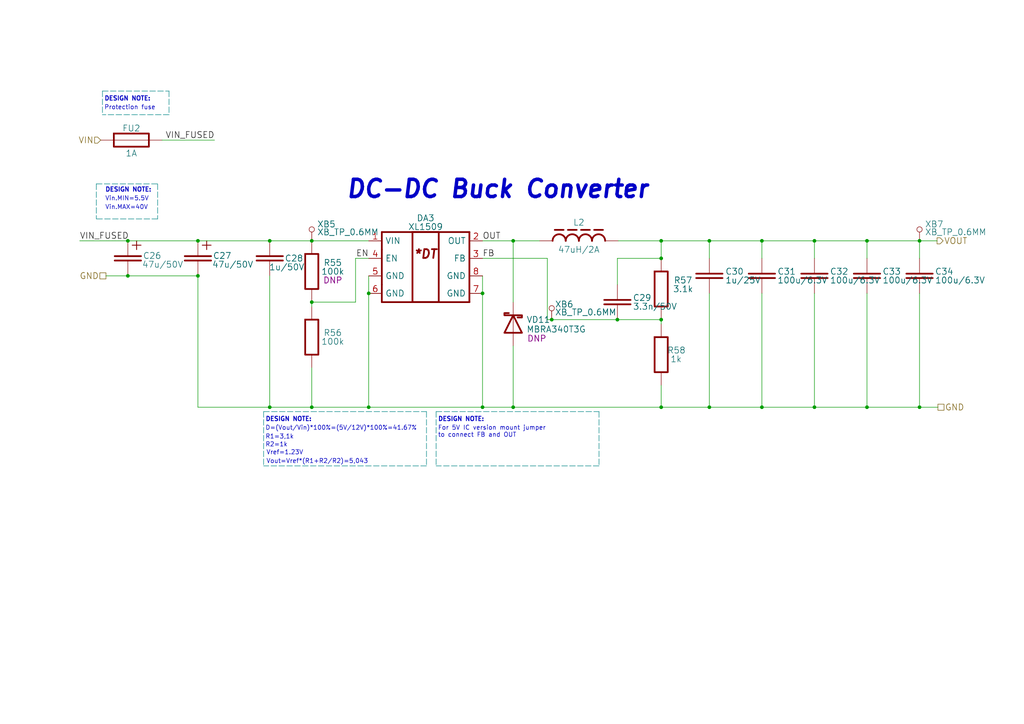
<source format=kicad_sch>
(kicad_sch (version 20211123) (generator eeschema)
  (paper "A4")
  (lib_symbols
    (symbol "C_CAP_1" (pin_names (offset 0))
      (property "Reference" "C" (at 0 6.35 0))
      (property "Value" "C_CAP_1" (at 0 -6.35 0))
      (symbol "C_CAP_1_0_1"
        (polyline (pts (xy -5.08 0) (xy -0.635 0)))
        (polyline (pts (xy -0.635 3.81) (xy -0.635 -3.81)) (stroke (width 0.508)))
        (polyline (pts (xy 0.635 0) (xy 5.08 0)))
        (polyline (pts (xy 0.635 3.81) (xy 0.635 -3.81)) (stroke (width 0.508)))
      )
      (symbol "C_CAP_1_1_1"
        (pin passive line (at -5.08 0 0) (length 2.54) hide (name "~") (number "1"))
        (pin passive line (at 5.08 0 180) (length 2.54) hide (name "~") (number "2"))
      )
    )
    (symbol "C_CAP_2" (pin_names (offset 0))
      (property "Reference" "C" (at 0 6.35 0))
      (property "Value" "C_CAP_2" (at 0 -6.35 0))
      (symbol "C_CAP_2_0_1"
        (polyline (pts (xy -5.08 0) (xy -0.635 0)))
        (polyline (pts (xy -0.635 3.81) (xy -0.635 -3.81)) (stroke (width 0.508)))
        (polyline (pts (xy 0.635 0) (xy 5.08 0)))
        (polyline (pts (xy 0.635 3.81) (xy 0.635 -3.81)) (stroke (width 0.508)))
      )
      (symbol "C_CAP_2_1_1"
        (pin passive line (at -5.08 0 0) (length 2.54) hide (name "~") (number "1"))
        (pin passive line (at 5.08 0 180) (length 2.54) hide (name "~") (number "2"))
      )
    )
    (symbol "C_CAP_3" (pin_names (offset 0))
      (property "Reference" "C" (at 0 6.35 0))
      (property "Value" "C_CAP_3" (at 0 -6.35 0))
      (symbol "C_CAP_3_0_1"
        (polyline (pts (xy -5.08 0) (xy -0.635 0)))
        (polyline (pts (xy -0.635 3.81) (xy -0.635 -3.81)) (stroke (width 0.508)))
        (polyline (pts (xy 0.635 0) (xy 5.08 0)))
        (polyline (pts (xy 0.635 3.81) (xy 0.635 -3.81)) (stroke (width 0.508)))
      )
      (symbol "C_CAP_3_1_1"
        (pin passive line (at -5.08 0 0) (length 2.54) hide (name "~") (number "1"))
        (pin passive line (at 5.08 0 180) (length 2.54) hide (name "~") (number "2"))
      )
    )
    (symbol "C_CAP_4" (pin_names (offset 0))
      (property "Reference" "C" (at 0 6.35 0))
      (property "Value" "C_CAP_4" (at 0 -6.35 0))
      (symbol "C_CAP_4_0_1"
        (polyline (pts (xy -5.08 0) (xy -0.635 0)))
        (polyline (pts (xy -0.635 3.81) (xy -0.635 -3.81)) (stroke (width 0.508)))
        (polyline (pts (xy 0.635 0) (xy 5.08 0)))
        (polyline (pts (xy 0.635 3.81) (xy 0.635 -3.81)) (stroke (width 0.508)))
      )
      (symbol "C_CAP_4_1_1"
        (pin passive line (at -5.08 0 0) (length 2.54) hide (name "~") (number "1"))
        (pin passive line (at 5.08 0 180) (length 2.54) hide (name "~") (number "2"))
      )
    )
    (symbol "C_CAP_5" (pin_names (offset 0))
      (property "Reference" "C" (at 0 6.35 0))
      (property "Value" "C_CAP_5" (at 0 -6.35 0))
      (symbol "C_CAP_5_0_1"
        (polyline (pts (xy -5.08 0) (xy -0.635 0)))
        (polyline (pts (xy -0.635 3.81) (xy -0.635 -3.81)) (stroke (width 0.508)))
        (polyline (pts (xy 0.635 0) (xy 5.08 0)))
        (polyline (pts (xy 0.635 3.81) (xy 0.635 -3.81)) (stroke (width 0.508)))
      )
      (symbol "C_CAP_5_1_1"
        (pin passive line (at -5.08 0 0) (length 2.54) hide (name "~") (number "1"))
        (pin passive line (at 5.08 0 180) (length 2.54) hide (name "~") (number "2"))
      )
    )
    (symbol "C_CAP_6" (pin_names (offset 0))
      (property "Reference" "C" (at 0 6.35 0))
      (property "Value" "C_CAP_6" (at 0 -6.35 0))
      (symbol "C_CAP_6_0_1"
        (polyline (pts (xy -5.08 0) (xy -0.635 0)))
        (polyline (pts (xy -0.635 3.81) (xy -0.635 -3.81)) (stroke (width 0.508)))
        (polyline (pts (xy 0.635 0) (xy 5.08 0)))
        (polyline (pts (xy 0.635 3.81) (xy 0.635 -3.81)) (stroke (width 0.508)))
      )
      (symbol "C_CAP_6_1_1"
        (pin passive line (at -5.08 0 0) (length 2.54) hide (name "~") (number "1"))
        (pin passive line (at 5.08 0 180) (length 2.54) hide (name "~") (number "2"))
      )
    )
    (symbol "Capacitors:C_CAP" (pin_names (offset 0))
      (property "Reference" "C" (at 0 6.35 0))
      (property "Value" "C_CAP" (at 0 -6.35 0))
      (symbol "C_CAP_0_1"
        (polyline (pts (xy -5.08 0) (xy -0.635 0)))
        (polyline (pts (xy -0.635 3.81) (xy -0.635 -3.81)) (stroke (width 0.508)))
        (polyline (pts (xy 0.635 0) (xy 5.08 0)))
        (polyline (pts (xy 0.635 3.81) (xy 0.635 -3.81)) (stroke (width 0.508)))
      )
      (symbol "C_CAP_1_1"
        (pin passive line (at -5.08 0 0) (length 2.54) hide (name "~") (number "1"))
        (pin passive line (at 5.08 0 180) (length 2.54) hide (name "~") (number "2"))
      )
    )
    (symbol "Capacitors:C_CAP_PLUS" (pin_names (offset 0))
      (property "Reference" "C" (at 0 6.35 0))
      (property "Value" "C_CAP_PLUS" (at 0 -6.35 0))
      (symbol "C_CAP_PLUS_0_1"
        (polyline (pts (xy -5.08 0) (xy -0.635 0)))
        (polyline (pts (xy -5.08 2.54) (xy -2.54 2.54)) (stroke (width 0.254)))
        (polyline (pts (xy -3.81 3.81) (xy -3.81 1.27)) (stroke (width 0.254)))
        (polyline (pts (xy -0.635 3.81) (xy -0.635 -3.81)) (stroke (width 0.508)))
        (polyline (pts (xy 0.635 0) (xy 5.08 0)))
        (polyline (pts (xy 0.635 3.81) (xy 0.635 -3.81)) (stroke (width 0.508)))
      )
      (symbol "C_CAP_PLUS_1_1"
        (pin passive line (at -5.08 0 0) (length 2.54) hide (name "+") (number "1"))
        (pin passive line (at 5.08 0 180) (length 2.54) hide (name "-") (number "2"))
      )
    )
    (symbol "Chips:XL1509" (pin_names (offset 1.016))
      (property "Reference" "DA" (at 0 13.97 0))
      (property "Value" "XL1509" (at 0 11.684 0))
      (symbol "XL1509_0_1"
        (rectangle (start -3.81 10.16) (end 3.81 -10.16) (stroke (width 0.508)))
        (polyline (pts (xy -12.7 -10.16) (xy 12.7 -10.16)) (stroke (width 0.508)))
        (polyline (pts (xy -12.7 -5.08) (xy -12.7 -10.16)) (stroke (width 0.508)))
        (polyline (pts (xy 12.7 -10.16) (xy 12.7 10.16)) (stroke (width 0.508)))
        (polyline (pts (xy 12.7 10.16) (xy -12.7 10.16)) (stroke (width 0.508)))
      )
      (symbol "XL1509_1_1"
        (polyline (pts (xy -12.7 -5.08) (xy -12.7 -5.08)) (stroke (width 0.508)))
        (polyline (pts (xy -12.7 -5.08) (xy -12.7 5.08)) (stroke (width 0.508)))
        (polyline (pts (xy -12.7 2.54) (xy -12.7 2.54)) (stroke (width 0.508)))
        (polyline (pts (xy -12.7 5.08) (xy -12.7 5.08)))
        (polyline (pts (xy -12.7 10.16) (xy -12.7 5.08)) (stroke (width 0.508)))
        (text "*DT" (at 0 3.81 0) (effects (font (size 2.54 2.54) bold italic)))
        (pin power_in line (at -16.51 7.62 0) (length 3.81) (name "VIN") (number "1"))
        (pin power_out line (at 16.51 7.62 180) (length 3.81) (name "OUT") (number "2"))
        (pin input line (at 16.51 2.54 180) (length 3.81) (name "FB") (number "3"))
        (pin input line (at -16.51 2.54 0) (length 3.81) (name "EN") (number "4"))
        (pin power_in line (at -16.51 -2.54 0) (length 3.81) (name "GND") (number "5"))
        (pin power_in line (at -16.51 -7.62 0) (length 3.81) (name "GND") (number "6"))
        (pin power_in line (at 16.51 -7.62 180) (length 3.81) (name "GND") (number "7"))
        (pin power_in line (at 16.51 -2.54 180) (length 3.81) (name "GND") (number "8"))
      )
    )
    (symbol "Connectors:XB_TP_0.6MM" (pin_numbers hide) (pin_names hide) (in_bom no)
      (property "Reference" "XB" (at 2.794 4.572 0))
      (property "Value" "XB_TP_0.6MM" (at 9.906 2.286 0))
      (symbol "XB_TP_0.6MM_0_1"
        (circle (center 0 3.302) (radius 0.762))
      )
      (symbol "XB_TP_0.6MM_1_1"
        (pin passive line (at 0 0 90) (length 2.54) (name "1") (number "1"))
      )
    )
    (symbol "Diodes:VD_SCHOTTKY" (pin_names (offset 0))
      (property "Reference" "VD" (at 0 5.08 0))
      (property "Value" "VD_SCHOTTKY" (at 0 -5.08 0))
      (symbol "VD_SCHOTTKY_0_1"
        (polyline (pts (xy 6.35 0) (xy -6.35 0)))
        (polyline (pts (xy 3.175 1.27) (xy 3.175 2.54) (xy 2.54 2.54) (xy 2.54 0) (xy -2.54 2.54) (xy -2.54 -2.54) (xy 2.54 0) (xy 2.54 -2.54) (xy 1.905 -2.54) (xy 1.905 -1.27)) (stroke (width 0.508)))
      )
      (symbol "VD_SCHOTTKY_1_1"
        (pin passive line (at 6.35 0 180) (length 2.54) hide (name "C") (number "1"))
        (pin passive line (at -6.35 0 0) (length 2.54) hide (name "A") (number "2"))
      )
    )
    (symbol "Fuses:FU_FUSE" (pin_names (offset 0))
      (property "Reference" "FU" (at 0 3.81 0))
      (property "Value" "FU_FUSE" (at 0 -3.81 0))
      (symbol "FU_FUSE_0_0"
        (polyline (pts (xy -8.89 0) (xy 8.89 0)))
      )
      (symbol "FU_FUSE_0_1"
        (rectangle (start -5.08 1.905) (end 5.08 -1.905) (stroke (width 0.508)))
      )
      (symbol "FU_FUSE_1_1"
        (pin passive line (at -8.89 0 0) (length 2.54) hide (name "~") (number "1"))
        (pin passive line (at 8.89 0 180) (length 2.54) hide (name "~") (number "2"))
      )
    )
    (symbol "Inductors:L_DIEL" (pin_names (offset 0))
      (property "Reference" "L" (at 0 6.35 0))
      (property "Value" "L_DIEL" (at 0 -3.81 0))
      (symbol "L_DIEL_0_1"
        (arc (start -3.81 0) (mid -5.715 1.905) (end -7.62 0) (stroke (width 0.508)))
        (arc (start 0 0) (mid -1.905 1.905) (end -3.81 0) (stroke (width 0.508)))
        (polyline (pts (xy -11.43 0) (xy -7.62 0)))
        (polyline (pts (xy -6.985 3.175) (xy -4.445 3.175)) (stroke (width 0.508)))
        (polyline (pts (xy -3.175 3.175) (xy -0.635 3.175)) (stroke (width 0.508)))
        (polyline (pts (xy 0.635 3.175) (xy 3.175 3.175)) (stroke (width 0.508)))
        (polyline (pts (xy 4.445 3.175) (xy 6.985 3.175)) (stroke (width 0.508)))
        (polyline (pts (xy 7.62 0) (xy 11.43 0)))
        (arc (start 3.81 0) (mid 1.905 1.905) (end 0 0) (stroke (width 0.508)))
        (arc (start 7.62 0) (mid 5.715 1.905) (end 3.81 0) (stroke (width 0.508)))
      )
      (symbol "L_DIEL_1_1"
        (pin passive line (at -11.43 0 0) (length 2.54) hide (name "~") (number "1"))
        (pin passive line (at 11.43 0 180) (length 2.54) hide (name "~") (number "2"))
      )
    )
    (symbol "R_RES_1" (pin_names (offset 0))
      (property "Reference" "R" (at 0 3.81 0))
      (property "Value" "R_RES_1" (at 0 -3.81 0))
      (symbol "R_RES_1_0_1"
        (rectangle (start -5.08 1.905) (end 5.08 -1.905) (stroke (width 0.508)))
        (polyline (pts (xy -8.89 0) (xy -5.08 0)))
        (polyline (pts (xy 5.08 0) (xy 8.89 0)))
      )
      (symbol "R_RES_1_1_1"
        (pin passive line (at -8.89 0 0) (length 2.54) hide (name "~") (number "1"))
        (pin passive line (at 8.89 0 180) (length 2.54) hide (name "~") (number "2"))
      )
    )
    (symbol "R_RES_2" (pin_names (offset 0))
      (property "Reference" "R" (at 0 3.81 0))
      (property "Value" "R_RES_2" (at 0 -3.81 0))
      (symbol "R_RES_2_0_1"
        (rectangle (start -5.08 1.905) (end 5.08 -1.905) (stroke (width 0.508)))
        (polyline (pts (xy -8.89 0) (xy -5.08 0)))
        (polyline (pts (xy 5.08 0) (xy 8.89 0)))
      )
      (symbol "R_RES_2_1_1"
        (pin passive line (at -8.89 0 0) (length 2.54) hide (name "~") (number "1"))
        (pin passive line (at 8.89 0 180) (length 2.54) hide (name "~") (number "2"))
      )
    )
    (symbol "R_RES_3" (pin_names (offset 0))
      (property "Reference" "R" (at 0 3.81 0))
      (property "Value" "R_RES_3" (at 0 -3.81 0))
      (symbol "R_RES_3_0_1"
        (rectangle (start -5.08 1.905) (end 5.08 -1.905) (stroke (width 0.508)))
        (polyline (pts (xy -8.89 0) (xy -5.08 0)))
        (polyline (pts (xy 5.08 0) (xy 8.89 0)))
      )
      (symbol "R_RES_3_1_1"
        (pin passive line (at -8.89 0 0) (length 2.54) hide (name "~") (number "1"))
        (pin passive line (at 8.89 0 180) (length 2.54) hide (name "~") (number "2"))
      )
    )
    (symbol "Resistors:R_RES" (pin_names (offset 0))
      (property "Reference" "R" (at 0 3.81 0))
      (property "Value" "R_RES" (at 0 -3.81 0))
      (symbol "R_RES_0_1"
        (rectangle (start -5.08 1.905) (end 5.08 -1.905) (stroke (width 0.508)))
        (polyline (pts (xy -8.89 0) (xy -5.08 0)))
        (polyline (pts (xy 5.08 0) (xy 8.89 0)))
      )
      (symbol "R_RES_1_1"
        (pin passive line (at -8.89 0 0) (length 2.54) hide (name "~") (number "1"))
        (pin passive line (at 8.89 0 180) (length 2.54) hide (name "~") (number "2"))
      )
    )
  )
  (junction (at 236.22 118.11))
  (junction (at 148.844 69.85))
  (junction (at 148.844 118.11))
  (junction (at 251.46 118.11))
  (junction (at 191.77 118.11))
  (junction (at 90.424 87.63))
  (junction (at 205.74 69.85))
  (junction (at 191.77 92.71))
  (junction (at 139.954 85.09))
  (junction (at 106.934 85.09))
  (junction (at 106.934 118.11))
  (junction (at 266.7 69.85))
  (junction (at 57.404 69.85))
  (junction (at 160.0199 92.71))
  (junction (at 205.74 118.11))
  (junction (at 251.46 69.85))
  (junction (at 37.084 69.85))
  (junction (at 220.98 118.11))
  (junction (at 220.98 69.85))
  (junction (at 266.7 118.11))
  (junction (at 179.07 92.71))
  (junction (at 57.404 80.01))
  (junction (at 90.424 69.85))
  (junction (at 90.424 118.11))
  (junction (at 191.77 69.85))
  (junction (at 37.084 80.01))
  (junction (at 139.954 118.11))
  (junction (at 236.22 69.85))
  (junction (at 191.77 74.93))
  (junction (at 78.232 118.11))
  (junction (at 78.232 69.85))
  (polyline (pts (xy 49.022 33.274) (xy 29.718 33.274)) (stroke (width 0) (color 0 132 132 1)))
  (wire (pts (xy 266.7 69.85) (xy 271.78 69.85)))
  (polyline (pts (xy 27.94 53.34) (xy 27.94 63.5)) (stroke (width 0) (color 0 132 132 1)))
  (wire (pts (xy 220.98 85.09) (xy 220.98 118.11)))
  (wire (pts (xy 179.07 74.9371) (xy 191.77 74.9371)))
  (wire (pts (xy 57.404 69.85) (xy 78.232 69.85)))
  (polyline (pts (xy 76.454 119.38) (xy 123.698 119.38)) (stroke (width 0) (color 0 132 132 1)))
  (wire (pts (xy 251.46 85.09) (xy 251.46 118.11)))
  (wire (pts (xy 205.74 118.11) (xy 220.98 118.11)))
  (wire (pts (xy 139.954 74.93) (xy 158.75 74.93)))
  (wire (pts (xy 139.954 69.85) (xy 148.844 69.85)))
  (polyline (pts (xy 123.698 119.38) (xy 123.698 135.128)) (stroke (width 0) (color 0 132 132 1)))
  (wire (pts (xy 251.46 69.85) (xy 266.7 69.85)))
  (wire (pts (xy 179.07 92.71) (xy 191.77 92.71)))
  (wire (pts (xy 160.0199 92.71) (xy 179.07 92.71)))
  (wire (pts (xy 78.232 118.11) (xy 90.424 118.11)))
  (wire (pts (xy 158.75 92.71) (xy 160.0199 92.71)))
  (wire (pts (xy 148.844 118.11) (xy 191.77 118.11)))
  (polyline (pts (xy 45.72 63.5) (xy 27.94 63.5)) (stroke (width 0) (color 0 132 132 1)))
  (wire (pts (xy 266.7 85.09) (xy 266.7 118.11)))
  (polyline (pts (xy 49.022 26.416) (xy 49.022 33.274)) (stroke (width 0) (color 0 132 132 1)))
  (wire (pts (xy 139.954 80.01) (xy 139.954 85.09)))
  (wire (pts (xy 220.98 118.11) (xy 236.22 118.11)))
  (wire (pts (xy 148.844 69.85) (xy 148.844 87.63)))
  (wire (pts (xy 78.232 80.01) (xy 78.232 118.11)))
  (polyline (pts (xy 29.718 26.416) (xy 29.718 33.274)) (stroke (width 0) (color 0 132 132 1)))
  (wire (pts (xy 106.934 118.11) (xy 139.954 118.11)))
  (wire (pts (xy 148.844 69.85) (xy 156.464 69.85)))
  (polyline (pts (xy 123.698 135.128) (xy 76.454 135.128)) (stroke (width 0) (color 0 132 132 1)))
  (wire (pts (xy 236.22 85.09) (xy 236.22 118.11)))
  (wire (pts (xy 191.77 69.85) (xy 191.77 74.93)))
  (polyline (pts (xy 45.72 53.34) (xy 45.72 63.5)) (stroke (width 0) (color 0 132 132 1)))
  (wire (pts (xy 106.934 85.09) (xy 106.934 118.11)))
  (wire (pts (xy 205.74 69.85) (xy 205.74 74.93)))
  (wire (pts (xy 158.75 74.93) (xy 158.75 92.71)))
  (wire (pts (xy 205.74 85.09) (xy 205.74 118.11)))
  (wire (pts (xy 251.46 118.11) (xy 266.7 118.11)))
  (wire (pts (xy 191.77 118.11) (xy 205.74 118.11)))
  (wire (pts (xy 90.424 69.85) (xy 106.934 69.85)))
  (wire (pts (xy 191.77 111.76) (xy 191.77 118.11)))
  (wire (pts (xy 103.124 74.93) (xy 103.124 87.63)))
  (polyline (pts (xy 126.492 119.38) (xy 126.492 135.128)) (stroke (width 0) (color 0 132 132 1)))
  (polyline (pts (xy 76.454 119.38) (xy 76.454 135.128)) (stroke (width 0) (color 0 132 132 1)))
  (wire (pts (xy 236.22 69.85) (xy 236.22 74.93)))
  (wire (pts (xy 205.74 69.85) (xy 220.98 69.85)))
  (wire (pts (xy 46.99 40.64) (xy 62.23 40.64)))
  (wire (pts (xy 251.46 69.85) (xy 251.46 74.93)))
  (wire (pts (xy 266.7 69.85) (xy 266.7 74.93)))
  (wire (pts (xy 220.98 69.85) (xy 236.22 69.85)))
  (polyline (pts (xy 173.736 119.38) (xy 173.736 135.128)) (stroke (width 0) (color 0 132 132 1)))
  (wire (pts (xy 139.954 85.09) (xy 139.954 118.11)))
  (wire (pts (xy 30.734 80.01) (xy 37.084 80.01)))
  (wire (pts (xy 266.7 118.11) (xy 272.034 118.11)))
  (wire (pts (xy 139.954 118.11) (xy 148.844 118.11)))
  (wire (pts (xy 236.22 118.11) (xy 251.46 118.11)))
  (polyline (pts (xy 173.736 135.128) (xy 126.492 135.128)) (stroke (width 0) (color 0 132 132 1)))
  (wire (pts (xy 90.424 106.68) (xy 90.424 118.11)))
  (wire (pts (xy 106.934 74.93) (xy 103.124 74.93)))
  (wire (pts (xy 106.934 80.01) (xy 106.934 85.09)))
  (wire (pts (xy 191.77 74.9371) (xy 191.77 74.93)))
  (wire (pts (xy 220.98 69.85) (xy 220.98 74.93)))
  (wire (pts (xy 23.114 69.85) (xy 37.084 69.85)))
  (polyline (pts (xy 126.492 119.38) (xy 173.736 119.38)) (stroke (width 0) (color 0 132 132 1)))
  (wire (pts (xy 179.07 82.55) (xy 179.07 74.9371)))
  (wire (pts (xy 236.22 69.85) (xy 251.46 69.85)))
  (wire (pts (xy 191.77 93.98) (xy 191.77 92.71)))
  (wire (pts (xy 57.404 118.11) (xy 78.232 118.11)))
  (wire (pts (xy 191.77 69.85) (xy 205.74 69.85)))
  (wire (pts (xy 90.424 87.63) (xy 103.124 87.63)))
  (wire (pts (xy 90.424 118.11) (xy 106.934 118.11)))
  (wire (pts (xy 78.232 69.85) (xy 90.424 69.85)))
  (polyline (pts (xy 29.718 26.416) (xy 49.022 26.416)) (stroke (width 0) (color 0 132 132 1)))
  (wire (pts (xy 37.084 69.85) (xy 57.404 69.85)))
  (wire (pts (xy 148.844 100.33) (xy 148.844 118.11)))
  (wire (pts (xy 37.084 80.01) (xy 57.404 80.01)))
  (wire (pts (xy 90.424 88.9) (xy 90.424 87.63)))
  (wire (pts (xy 179.324 69.85) (xy 191.77 69.85)))
  (polyline (pts (xy 27.94 53.34) (xy 45.72 53.34)) (stroke (width 0) (color 0 132 132 1)))
  (wire (pts (xy 57.404 80.01) (xy 57.404 118.11)))
  (text "Vin.MIN=5.5V" (at 30.48 58.42 0) (effects (font (size 1.27 1.27)) (justify left bottom)))
  (text "D=(Vout/Vin)*100%=(5V/12V)*100%=41.67%" (at 76.962 124.968 0) (effects (font (size 1.27 1.27)) (justify left bottom)))
  (text "For 5V IC version mount jumper\nto connect FB and OUT" (at 127 127 0) (effects (font (size 1.27 1.27)) (justify left bottom)))
  (text "Vref=1.23V" (at 77.216 132.08 0) (effects (font (size 1.27 1.27)) (justify left bottom)))
  (text "Vin.MAX=40V" (at 30.48 60.96 0) (effects (font (size 1.27 1.27)) (justify left bottom)))
  (text "Vout=Vref*(R1+R2/R2)=5,043" (at 77.216 134.62 0) (effects (font (size 1.27 1.27)) (justify left bottom)))
  (text "R2=1k" (at 76.962 129.794 0) (effects (font (size 1.27 1.27)) (justify left bottom)))
  (text "DESIGN NOTE:" (at 127 122.428 0) (effects (font (size 1.27 1.27) (thickness 0.254) bold) (justify left bottom)))
  (text "Protection fuse" (at 30.226 32.004 0) (effects (font (size 1.27 1.27)) (justify left bottom)))
  (text "DESIGN NOTE:" (at 30.226 29.464 0) (effects (font (size 1.27 1.27) (thickness 0.254) bold) (justify left bottom)))
  (text "R1=3,1k" (at 76.962 127.508 0) (effects (font (size 1.27 1.27)) (justify left bottom)))
  (text "DESIGN NOTE:" (at 76.962 122.428 0) (effects (font (size 1.27 1.27) (thickness 0.254) bold) (justify left bottom)))
  (text "DESIGN NOTE:" (at 30.48 55.88 0) (effects (font (size 1.27 1.27) (thickness 0.254) bold) (justify left bottom)))
  (text "DC-DC Buck Converter" (at 100.076 57.912 0) (effects (font (size 5.0038 5.0038) (thickness 1.0008) bold italic) (justify left bottom)))
  (label "EN" (at 106.934 74.93 180) (effects (font (size 1.778 1.778))))
  (label "VIN_FUSED" (at 62.23 40.64 180) (effects (font (size 1.778 1.778))))
  (label "OUT" (at 139.954 69.85 0) (effects (font (size 1.778 1.778))))
  (label "VIN_FUSED" (at 23.114 69.85 0) (effects (font (size 1.778 1.778))))
  (label "FB" (at 139.954 74.93 0) (effects (font (size 1.778 1.778))))
  (hierarchical_label "VIN" (shape input) (at 29.21 40.64 180) (effects (font (size 1.778 1.778))))
  (hierarchical_label "GND" (shape passive) (at 272.034 118.11 0) (effects (font (size 1.778 1.778))))
  (hierarchical_label "GND" (shape passive) (at 30.734 80.01 180) (effects (font (size 1.778 1.778))))
  (hierarchical_label "VOUT" (shape output) (at 271.78 69.85 0) (effects (font (size 1.778 1.778))))
  (symbol (lib_name "C_CAP_3") (lib_id "Capacitors:C_CAP") (at 251.46 80.01 270) (unit 1)
    (property "Reference" "C33" (at 255.905 78.74 90) (effects (font (size 1.778 1.778)) (justify left)))
    (property "Value" "100u/6.3V" (at 255.905 81.28 90) (effects (font (size 1.778 1.778)) (justify left)))
    (property "Footprint" "Capacitor_SMD:C_1206_3216Metric_Pad1.42x1.75mm_HandSolder" (effects hide))
    (property "Case/Package" "0603" (effects hide))
    (property "Type" "X7R" (effects hide))
    (property "Tolerance" "±10%" (effects hide))
  )
  (symbol (lib_id "Chips:XL1509") (at 123.444 77.47 0) (unit 1)
    (property "Reference" "DA3" (at 123.444 63.246 0) (effects (font (size 1.778 1.778))))
    (property "Value" "XL1509" (at 123.444 65.786 0) (effects (font (size 1.778 1.778))))
    (property "Footprint" "Package_SO:SOP-8_3.9x4.9mm_P1.27mm" (effects hide))
  )
  (symbol (lib_name "C_CAP_6") (lib_id "Capacitors:C_CAP") (at 179.07 87.63 270) (unit 1)
    (property "Reference" "C29" (at 183.515 86.36 90) (effects (font (size 1.778 1.778)) (justify left)))
    (property "Value" "3.3n/50V" (at 183.515 88.9 90) (effects (font (size 1.778 1.778)) (justify left)))
    (property "Footprint" "Capacitor_SMD:C_0603_1608Metric" (effects hide))
    (property "Case/Package" "1206" (effects hide))
    (property "Type" "X7R" (effects hide))
    (property "Tolerance" "±10%" (effects hide))
  )
  (symbol (lib_id "Connectors:XB_TP_0.6MM") (at 160.0199 92.71 0) (unit 1) (in_bom no)
    (property "Reference" "XB6" (at 160.909 88.265 0) (effects (font (size 1.778 1.778)) (justify left)))
    (property "Value" "XB_TP_0.6MM" (at 160.909 90.551 0) (effects (font (size 1.778 1.778)) (justify left)))
    (property "Footprint" "TestPoint:TestPoint_Pad_D0.6mm" (effects hide))
  )
  (symbol (lib_id "Diodes:VD_SCHOTTKY") (at 148.844 93.98 90) (unit 1)
    (property "Reference" "VD11" (at 152.654 92.71 90) (effects (font (size 1.778 1.778)) (justify right)))
    (property "Value" "MBRA340T3G" (at 152.654 95.504 90) (effects (font (size 1.778 1.778)) (justify right)))
    (property "Footprint" "Diode_SMD:D_SMA" (effects hide))
    (property "Assembly" "DNP" (at 155.702 98.171 90) (effects (font (size 1.778 1.778))))
  )
  (symbol (lib_id "Connectors:XB_TP_0.6MM") (at 266.7 69.85 0) (unit 1) (in_bom no)
    (property "Reference" "XB7" (at 268.224 65.024 0) (effects (font (size 1.778 1.778)) (justify left)))
    (property "Value" "XB_TP_0.6MM" (at 268.224 67.31 0) (effects (font (size 1.778 1.778)) (justify left)))
    (property "Footprint" "TestPoint:TestPoint_Pad_D0.6mm" (effects hide))
  )
  (symbol (lib_name "R_RES_2") (lib_id "Resistors:R_RES") (at 191.77 102.87 270) (unit 1)
    (property "Reference" "R58" (at 196.215 101.6 90) (effects (font (size 1.778 1.778))))
    (property "Value" "1k" (at 196.088 104.14 90) (effects (font (size 1.778 1.778))))
    (property "Footprint" "Resistor_SMD:R_0603_1608Metric" (effects hide))
    (property "Case/Package" "1206" (effects hide))
    (property "Power" "mW" (effects hide))
    (property "Tolerance" "±1%" (effects hide))
  )
  (symbol (lib_name "R_RES_3") (lib_id "Resistors:R_RES") (at 90.424 78.74 270) (unit 1)
    (property "Reference" "R55" (at 96.52 76.2 90) (effects (font (size 1.778 1.778))))
    (property "Value" "100k" (at 96.52 78.74 90) (effects (font (size 1.778 1.778))))
    (property "Footprint" "Resistor_SMD:R_0603_1608Metric" (effects hide))
    (property "Assembly" "DNP" (at 96.52 81.28 90) (effects (font (size 1.778 1.778))))
    (property "Case/Package" "0603" (effects hide))
    (property "Power" "mW" (effects hide))
    (property "Tolerance" "±5%" (effects hide))
  )
  (symbol (lib_id "Capacitors:C_CAP_PLUS") (at 57.404 74.93 270) (unit 1)
    (property "Reference" "C27" (at 61.722 74.168 90) (effects (font (size 1.778 1.778)) (justify left)))
    (property "Value" "47u/50V" (at 61.468 76.708 90) (effects (font (size 1.778 1.778)) (justify left)))
    (property "Footprint" "Capacitor_SMD:CP_Elec_8x6.5" (effects hide))
  )
  (symbol (lib_name "C_CAP_1") (lib_id "Capacitors:C_CAP") (at 220.98 80.01 270) (unit 1)
    (property "Reference" "C31" (at 225.425 78.74 90) (effects (font (size 1.778 1.778)) (justify left)))
    (property "Value" "100u/6.3V" (at 225.425 81.28 90) (effects (font (size 1.778 1.778)) (justify left)))
    (property "Footprint" "Capacitor_SMD:C_1206_3216Metric_Pad1.42x1.75mm_HandSolder" (effects hide))
    (property "Case/Package" "0603" (effects hide))
    (property "Type" "X7R" (effects hide))
    (property "Tolerance" "±10%" (effects hide))
  )
  (symbol (lib_id "Capacitors:C_CAP") (at 78.232 74.93 270) (unit 1)
    (property "Reference" "C28" (at 82.55 74.93 90) (effects (font (size 1.778 1.778)) (justify left)))
    (property "Value" "1u/50V" (at 77.978 77.47 90) (effects (font (size 1.778 1.778)) (justify left)))
    (property "Footprint" "Capacitor_SMD:C_0805_2012Metric_Pad1.15x1.40mm_HandSolder" (effects hide))
    (property "Case/Package" "0805" (effects hide))
    (property "Type" "X7R" (effects hide))
    (property "Tolerance" "±10%" (effects hide))
  )
  (symbol (lib_name "C_CAP_4") (lib_id "Capacitors:C_CAP") (at 266.7 80.01 270) (unit 1)
    (property "Reference" "C34" (at 271.145 78.74 90) (effects (font (size 1.778 1.778)) (justify left)))
    (property "Value" "100u/6.3V" (at 271.145 81.28 90) (effects (font (size 1.778 1.778)) (justify left)))
    (property "Footprint" "Capacitor_SMD:C_1206_3216Metric_Pad1.42x1.75mm_HandSolder" (effects hide))
    (property "Case/Package" "0603" (effects hide))
    (property "Type" "X7R" (effects hide))
    (property "Tolerance" "±10%" (effects hide))
  )
  (symbol (lib_id "Capacitors:C_CAP_PLUS") (at 37.084 74.93 270) (unit 1)
    (property "Reference" "C26" (at 41.402 74.168 90) (effects (font (size 1.778 1.778)) (justify left)))
    (property "Value" "47u/50V" (at 41.148 76.708 90) (effects (font (size 1.778 1.778)) (justify left)))
    (property "Footprint" "Capacitor_SMD:CP_Elec_8x6.5" (effects hide))
  )
  (symbol (lib_name "C_CAP_2") (lib_id "Capacitors:C_CAP") (at 236.22 80.01 270) (unit 1)
    (property "Reference" "C32" (at 240.665 78.74 90) (effects (font (size 1.778 1.778)) (justify left)))
    (property "Value" "100u/6.3V" (at 240.665 81.28 90) (effects (font (size 1.778 1.778)) (justify left)))
    (property "Footprint" "Capacitor_SMD:C_1206_3216Metric_Pad1.42x1.75mm_HandSolder" (effects hide))
    (property "Case/Package" "0603" (effects hide))
    (property "Type" "X7R" (effects hide))
    (property "Tolerance" "±10%" (effects hide))
  )
  (symbol (lib_name "R_RES_1") (lib_id "Resistors:R_RES") (at 191.77 83.82 270) (unit 1)
    (property "Reference" "R57" (at 198.12 81.28 90) (effects (font (size 1.778 1.778))))
    (property "Value" "3.1k" (at 198.12 83.82 90) (effects (font (size 1.778 1.778))))
    (property "Footprint" "Resistor_SMD:R_0603_1608Metric" (effects hide))
    (property "Case/Package" "0603" (effects hide))
    (property "Power" "mW" (effects hide))
    (property "Tolerance" "±1%" (effects hide))
  )
  (symbol (lib_id "Fuses:FU_FUSE") (at 38.1 40.64 0) (unit 1)
    (property "Reference" "FU2" (at 38.1 37.211 0) (effects (font (size 1.778 1.778))))
    (property "Value" "1A" (at 38.1 44.45 0) (effects (font (size 1.778 1.778))))
    (property "Footprint" "Fuse:Fuse_1206_3216Metric" (effects hide))
  )
  (symbol (lib_id "Inductors:L_DIEL") (at 167.894 69.85 0) (unit 1)
    (property "Reference" "L2" (at 167.894 64.516 0) (effects (font (size 1.778 1.778))))
    (property "Value" "47uH/2A" (at 167.894 72.39 0) (effects (font (size 1.778 1.778))))
    (property "Footprint" "Inductor_SMD:L_Wuerth_HCM-7050" (effects hide))
  )
  (symbol (lib_id "Resistors:R_RES") (at 90.424 97.79 270) (unit 1)
    (property "Reference" "R56" (at 96.52 96.52 90) (effects (font (size 1.778 1.778))))
    (property "Value" "100k" (at 96.52 99.06 90) (effects (font (size 1.778 1.778))))
    (property "Footprint" "Resistor_SMD:R_0603_1608Metric" (effects hide))
    (property "Case/Package" "0603" (effects hide))
    (property "Power" "mW" (effects hide))
    (property "Tolerance" "±5%" (effects hide))
  )
  (symbol (lib_name "C_CAP_5") (lib_id "Capacitors:C_CAP") (at 205.74 80.01 270) (unit 1)
    (property "Reference" "C30" (at 210.312 78.74 90) (effects (font (size 1.778 1.778)) (justify left)))
    (property "Value" "1u/25V" (at 210.312 81.28 90) (effects (font (size 1.778 1.778)) (justify left)))
    (property "Footprint" "Capacitor_SMD:C_0603_1608Metric" (effects hide))
    (property "Case/Package" "0603" (effects hide))
    (property "Type" "X7R" (effects hide))
    (property "Tolerance" "±10%" (effects hide))
  )
  (symbol (lib_id "Connectors:XB_TP_0.6MM") (at 90.424 69.85 0) (unit 1) (in_bom no)
    (property "Reference" "XB5" (at 91.948 65.024 0) (effects (font (size 1.778 1.778)) (justify left)))
    (property "Value" "XB_TP_0.6MM" (at 91.948 67.31 0) (effects (font (size 1.778 1.778)) (justify left)))
    (property "Footprint" "TestPoint:TestPoint_Pad_D0.6mm" (effects hide))
  )
)
</source>
